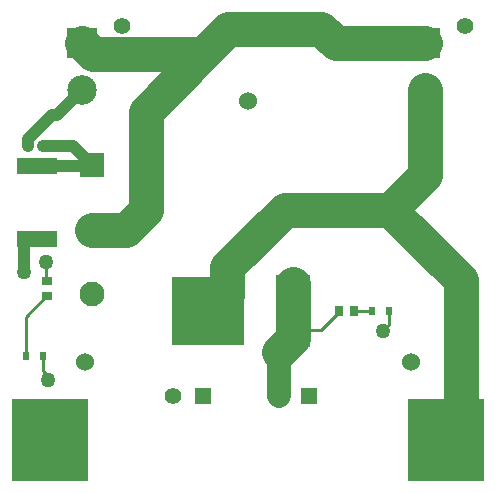
<source format=gtl>
G04*
G04 #@! TF.GenerationSoftware,Altium Limited,Altium Designer,23.10.1 (27)*
G04*
G04 Layer_Physical_Order=1*
G04 Layer_Color=255*
%FSLAX25Y25*%
%MOIN*%
G70*
G04*
G04 #@! TF.SameCoordinates,C07C27E9-E0E0-4E4E-9050-A674B6DD9AC8*
G04*
G04*
G04 #@! TF.FilePolarity,Positive*
G04*
G01*
G75*
%ADD13C,0.01000*%
%ADD14R,0.03150X0.03740*%
%ADD15R,0.13780X0.05709*%
%ADD16R,0.03740X0.03150*%
%ADD17R,0.02362X0.03150*%
%ADD18R,0.11811X0.06299*%
%ADD19R,0.24410X0.22835*%
%ADD20R,0.25591X0.27559*%
%ADD26C,0.11811*%
%ADD27C,0.07874*%
%ADD28R,0.09843X0.09843*%
%ADD29C,0.09843*%
%ADD30C,0.05512*%
%ADD34C,0.09055*%
%ADD35R,0.09055X0.09055*%
%ADD36R,0.05512X0.05512*%
%ADD38C,0.03937*%
%ADD39R,0.08268X0.08268*%
%ADD40C,0.08268*%
%ADD41C,0.06000*%
%ADD42C,0.05000*%
D13*
X11417Y67126D02*
X11811Y66732D01*
X11417Y67126D02*
Y73228D01*
X11516Y61614D02*
X11811D01*
X4626Y41732D02*
Y54724D01*
X11516Y61614D01*
X10335Y36811D02*
X12205Y34941D01*
Y33858D02*
Y34941D01*
X10335Y36811D02*
Y41732D01*
X123622Y50000D02*
X125886Y52264D01*
Y56693D01*
X114075Y56601D02*
X120085D01*
X120177Y56693D01*
X102978Y50327D02*
X108957Y56305D01*
X93701Y47677D02*
X96350Y50327D01*
X102978D01*
X108957Y56305D02*
Y56601D01*
D14*
X10433Y111811D02*
D03*
X5315D02*
D03*
X114075Y56601D02*
D03*
X108957D02*
D03*
D15*
X8268Y105118D02*
D03*
Y80709D02*
D03*
D16*
X11811Y61614D02*
D03*
Y66732D02*
D03*
D17*
X120177Y56693D02*
D03*
X125886D02*
D03*
X4626Y41732D02*
D03*
X10335D02*
D03*
D18*
X93701Y47677D02*
D03*
Y65709D02*
D03*
D19*
X65354Y56693D02*
D03*
D20*
X12795Y13780D02*
D03*
X144685D02*
D03*
D26*
X126213Y90551D02*
X149606Y67158D01*
Y20079D02*
Y67158D01*
X144685Y15157D02*
X149606Y20079D01*
X126213Y90551D02*
X137795Y102134D01*
Y130394D01*
X90945Y90551D02*
X126213D01*
X44653D02*
Y123231D01*
X63863Y142441D01*
X26969D02*
X63863D01*
X23425Y145984D02*
X26969Y142441D01*
X37961Y83858D02*
X44653Y90551D01*
X63863Y142441D02*
X72210Y150787D01*
X103175D01*
X107978Y145984D01*
X137795D01*
X26772Y83858D02*
X37961D01*
X66142Y56693D02*
X71653Y62205D01*
Y71260D01*
X90945Y90551D01*
X65354Y56693D02*
X66142D01*
X93701Y47677D02*
Y65709D01*
X89173Y43150D02*
X93701Y47677D01*
D27*
X89173Y28346D02*
Y43150D01*
D28*
X23425Y145984D02*
D03*
X137795D02*
D03*
D29*
X23425Y130394D02*
D03*
X137795D02*
D03*
D30*
X36811Y151890D02*
D03*
X151181D02*
D03*
X53740Y28346D02*
D03*
X89173D02*
D03*
D34*
X44653Y90551D02*
D03*
D35*
X126213D02*
D03*
D36*
X63583Y28346D02*
D03*
X99016D02*
D03*
D38*
X3937Y69685D02*
Y79823D01*
X4823Y80709D02*
X8268D01*
X3937Y79823D02*
X4823Y80709D01*
X5315Y111811D02*
Y114035D01*
X13323Y122043D02*
X15075D01*
X23425Y130394D01*
X5315Y114035D02*
X13323Y122043D01*
X20236Y111811D02*
X26772Y105276D01*
X10433Y111811D02*
X20236D01*
X8268Y105118D02*
X8347Y105197D01*
X26693D01*
X26772Y105276D01*
D39*
D03*
D40*
Y83858D02*
D03*
Y62441D02*
D03*
D41*
X78740Y126772D02*
D03*
X133071Y39764D02*
D03*
X24409D02*
D03*
D42*
X11417Y73228D02*
D03*
X3937Y69685D02*
D03*
X12205Y33858D02*
D03*
X21457Y13780D02*
D03*
X12795Y22441D02*
D03*
X4528Y13780D02*
D03*
X21260Y22441D02*
D03*
X12795Y4724D02*
D03*
X4331D02*
D03*
X12992Y13780D02*
D03*
X21260Y4724D02*
D03*
X4331Y22441D02*
D03*
X123622Y50000D02*
D03*
M02*

</source>
